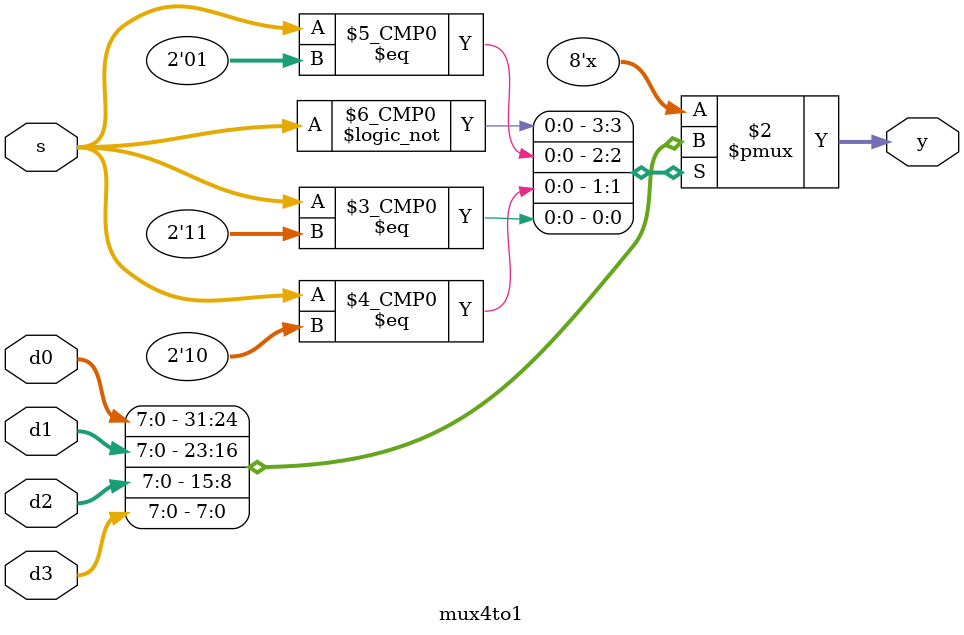
<source format=v>
`timescale 1ns / 1ps
module mux4to1(
    input [7:0] d0, d1, d2, d3,
    input [1:0] s,
    output reg [7:0] y
    );
    
    always @(*) begin
        case(s)
            2'b00: y <= d0;
            2'b01: y <= d1;
            2'b10: y <= d2;
            2'b11: y <= d3;
            default: y <= d0;
        endcase   
    end
endmodule

</source>
